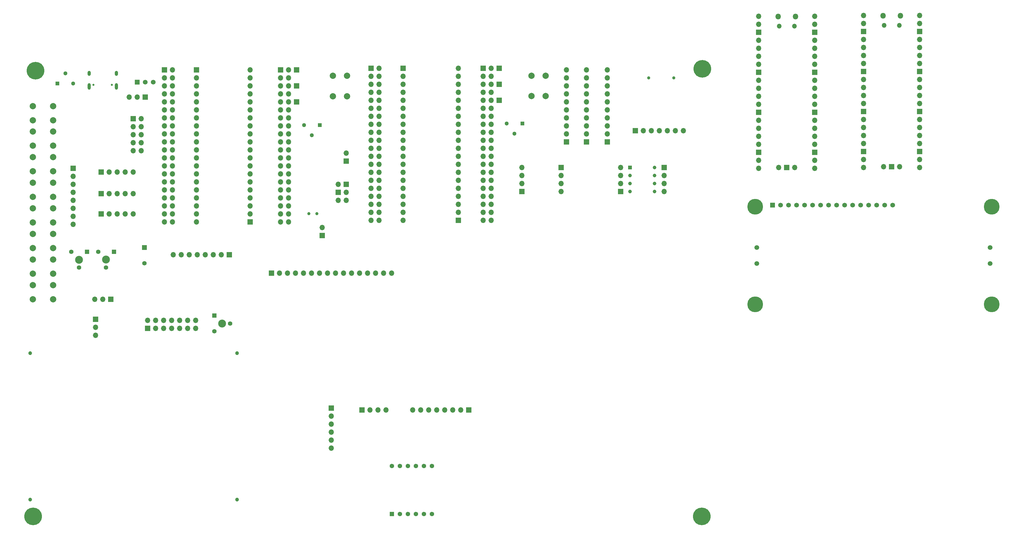
<source format=gbr>
%TF.GenerationSoftware,KiCad,Pcbnew,9.0.0*%
%TF.CreationDate,2025-05-15T12:51:00+02:00*%
%TF.ProjectId,board,626f6172-642e-46b6-9963-61645f706362,rev?*%
%TF.SameCoordinates,Original*%
%TF.FileFunction,Soldermask,Bot*%
%TF.FilePolarity,Negative*%
%FSLAX46Y46*%
G04 Gerber Fmt 4.6, Leading zero omitted, Abs format (unit mm)*
G04 Created by KiCad (PCBNEW 9.0.0) date 2025-05-15 12:51:00*
%MOMM*%
%LPD*%
G01*
G04 APERTURE LIST*
%ADD10R,1.500000X1.500000*%
%ADD11C,1.500000*%
%ADD12O,1.800000X1.800000*%
%ADD13O,1.500000X1.500000*%
%ADD14O,1.700000X1.700000*%
%ADD15R,1.700000X1.700000*%
%ADD16C,5.000000*%
%ADD17C,3.600000*%
%ADD18C,5.600000*%
%ADD19R,1.159000X1.159000*%
%ADD20C,1.159000*%
%ADD21C,2.000000*%
%ADD22R,1.300000X1.300000*%
%ADD23C,1.300000*%
%ADD24C,1.000000*%
%ADD25C,1.400000*%
%ADD26C,0.650000*%
%ADD27O,1.000000X2.100000*%
%ADD28O,1.000000X1.600000*%
%ADD29R,1.425000X1.425000*%
%ADD30C,1.425000*%
%ADD31C,2.500000*%
%ADD32R,1.400000X1.400000*%
%ADD33C,1.200000*%
G04 APERTURE END LIST*
D10*
%TO.C,IC3*%
X36830000Y-8255000D03*
D11*
X39370000Y-8255000D03*
X41910000Y-8255000D03*
%TD*%
D12*
%TO.C,U4*%
X273373000Y12824000D03*
D13*
X273673000Y9794000D03*
X278523000Y9794000D03*
D12*
X278823000Y12824000D03*
D14*
X267208000Y12954000D03*
X267208000Y10414000D03*
D15*
X267208000Y7874000D03*
D14*
X267208000Y5334000D03*
X267208000Y2794000D03*
X267208000Y254000D03*
X267208000Y-2286000D03*
D15*
X267208000Y-4826000D03*
D14*
X267208000Y-7366000D03*
X267208000Y-9906000D03*
X267208000Y-12446000D03*
X267208000Y-14986000D03*
D15*
X267208000Y-17526000D03*
D14*
X267208000Y-20066000D03*
X267208000Y-22606000D03*
X267208000Y-25146000D03*
X267208000Y-27686000D03*
D15*
X267208000Y-30226000D03*
D14*
X267208000Y-32766000D03*
X267208000Y-35306000D03*
X284988000Y-35306000D03*
X284988000Y-32766000D03*
D15*
X284988000Y-30226000D03*
D14*
X284988000Y-27686000D03*
X284988000Y-25146000D03*
X284988000Y-22606000D03*
X284988000Y-20066000D03*
D15*
X284988000Y-17526000D03*
D14*
X284988000Y-14986000D03*
X284988000Y-12446000D03*
X284988000Y-9906000D03*
X284988000Y-7366000D03*
D15*
X284988000Y-4826000D03*
D14*
X284988000Y-2286000D03*
X284988000Y254000D03*
X284988000Y2794000D03*
X284988000Y5334000D03*
D15*
X284988000Y7874000D03*
D14*
X284988000Y10414000D03*
X284988000Y12954000D03*
X273558000Y-35076000D03*
D15*
X276098000Y-35076000D03*
D14*
X278638000Y-35076000D03*
%TD*%
D15*
%TO.C,J24*%
X141986000Y-112268000D03*
D14*
X139446000Y-112268000D03*
X136906000Y-112268000D03*
X134366000Y-112268000D03*
X131826000Y-112268000D03*
X129286000Y-112268000D03*
X126746000Y-112268000D03*
X124206000Y-112268000D03*
%TD*%
D10*
%TO.C,DS4*%
X238340000Y-47246000D03*
D11*
X240880000Y-47246000D03*
X243420000Y-47246000D03*
X245960000Y-47246000D03*
X248500000Y-47246000D03*
X251040000Y-47246000D03*
X253580000Y-47246000D03*
X256120000Y-47246000D03*
X258660000Y-47246000D03*
X261200000Y-47246000D03*
X263740000Y-47246000D03*
X266280000Y-47246000D03*
X268820000Y-47246000D03*
X271360000Y-47246000D03*
X273900000Y-47246000D03*
X276440000Y-47246000D03*
X233340000Y-65786000D03*
X307340000Y-60706000D03*
X233340000Y-60706000D03*
X307340000Y-65786000D03*
D16*
X232840000Y-47746000D03*
X307840000Y-47746000D03*
X307840000Y-78746000D03*
X232840000Y-78746000D03*
%TD*%
D15*
%TO.C,J16*%
X25400000Y-43643000D03*
D14*
X27940000Y-43643000D03*
X30480000Y-43643000D03*
X33020000Y-43643000D03*
X35560000Y-43643000D03*
%TD*%
D15*
%TO.C,J27*%
X121158000Y-3810000D03*
D14*
X121158000Y-6350000D03*
X121158000Y-8890000D03*
X121158000Y-11430000D03*
X121158000Y-13970000D03*
X121158000Y-16510000D03*
X121158000Y-19050000D03*
X121158000Y-21590000D03*
X121158000Y-24130000D03*
X121158000Y-26670000D03*
X121158000Y-29210000D03*
X121158000Y-31750000D03*
X121158000Y-34290000D03*
X121158000Y-36830000D03*
X121158000Y-39370000D03*
X121158000Y-41910000D03*
X121158000Y-44450000D03*
X121158000Y-46990000D03*
X121158000Y-49530000D03*
X121158000Y-52070000D03*
%TD*%
D17*
%TO.C,H2*%
X4572000Y-4572000D03*
D18*
X4572000Y-4572000D03*
%TD*%
D15*
%TO.C,J15*%
X23573000Y-83450000D03*
D14*
X23573000Y-85990000D03*
X23573000Y-88530000D03*
%TD*%
D15*
%TO.C,J2*%
X185928000Y-27178000D03*
D14*
X185928000Y-24638000D03*
X185928000Y-22098000D03*
X185928000Y-19558000D03*
X185928000Y-17018000D03*
X185928000Y-14478000D03*
X185928000Y-11938000D03*
X185928000Y-9398000D03*
X185928000Y-6858000D03*
X185928000Y-4318000D03*
%TD*%
D15*
%TO.C,J1*%
X25400000Y-50038000D03*
D14*
X27940000Y-50038000D03*
X30480000Y-50038000D03*
X33020000Y-50038000D03*
X35560000Y-50038000D03*
%TD*%
D17*
%TO.C,H3*%
X215900000Y-146050000D03*
D18*
X215900000Y-146050000D03*
%TD*%
D15*
%TO.C,J36*%
X138684000Y-52070000D03*
D14*
X138684000Y-49530000D03*
X138684000Y-46990000D03*
X138684000Y-44450000D03*
X138684000Y-41910000D03*
X138684000Y-39370000D03*
X138684000Y-36830000D03*
X138684000Y-34290000D03*
X138684000Y-31750000D03*
X138684000Y-29210000D03*
X138684000Y-26670000D03*
X138684000Y-24130000D03*
X138684000Y-21590000D03*
X138684000Y-19050000D03*
X138684000Y-16510000D03*
X138684000Y-13970000D03*
X138684000Y-11430000D03*
X138684000Y-8890000D03*
X138684000Y-6350000D03*
X138684000Y-3810000D03*
%TD*%
D19*
%TO.C,IC6*%
X193104000Y-35306000D03*
D20*
X193104000Y-37846000D03*
X193104000Y-40386000D03*
X193104000Y-42926000D03*
X200914000Y-42926000D03*
X200914000Y-40386000D03*
X200914000Y-37846000D03*
X200914000Y-35306000D03*
%TD*%
D15*
%TO.C,J42*%
X87376000Y-4318000D03*
%TD*%
%TO.C,J18*%
X45466000Y-4318000D03*
D14*
X48006000Y-4318000D03*
X45466000Y-6858000D03*
X48006000Y-6858000D03*
X45466000Y-9398000D03*
X48006000Y-9398000D03*
X45466000Y-11938000D03*
X48006000Y-11938000D03*
X45466000Y-14478000D03*
X48006000Y-14478000D03*
X45466000Y-17018000D03*
X48006000Y-17018000D03*
X45466000Y-19558000D03*
X48006000Y-19558000D03*
X45466000Y-22098000D03*
X48006000Y-22098000D03*
X45466000Y-24638000D03*
X48006000Y-24638000D03*
X45466000Y-27178000D03*
X48006000Y-27178000D03*
X45466000Y-29718000D03*
X48006000Y-29718000D03*
X45466000Y-32258000D03*
X48006000Y-32258000D03*
X45466000Y-34798000D03*
X48006000Y-34798000D03*
X45466000Y-37338000D03*
X48006000Y-37338000D03*
X45466000Y-39878000D03*
X48006000Y-39878000D03*
X45466000Y-42418000D03*
X48006000Y-42418000D03*
X45466000Y-44958000D03*
X48006000Y-44958000D03*
X45466000Y-47498000D03*
X48006000Y-47498000D03*
X45466000Y-50038000D03*
X48006000Y-50038000D03*
X45466000Y-52578000D03*
X48006000Y-52578000D03*
%TD*%
D15*
%TO.C,J6*%
X103124000Y-40640000D03*
D14*
X100584000Y-40640000D03*
%TD*%
D15*
%TO.C,J5*%
X16510000Y-35560000D03*
D14*
X16510000Y-38100000D03*
X16510000Y-40640000D03*
X16510000Y-43180000D03*
X16510000Y-45720000D03*
X16510000Y-48260000D03*
X16510000Y-50800000D03*
X16510000Y-53340000D03*
%TD*%
D15*
%TO.C,J17*%
X25407000Y-36785000D03*
D14*
X27947000Y-36785000D03*
X30487000Y-36785000D03*
X33027000Y-36785000D03*
X35567000Y-36785000D03*
%TD*%
D15*
%TO.C,J8*%
X203962000Y-35306000D03*
D14*
X203962000Y-37846000D03*
X203962000Y-40386000D03*
X203962000Y-42926000D03*
%TD*%
D15*
%TO.C,J28*%
X190087000Y-42926000D03*
D14*
X190087000Y-40386000D03*
X190087000Y-37846000D03*
X190087000Y-35306000D03*
%TD*%
D21*
%TO.C,S3*%
X10160000Y-20356000D03*
X3660000Y-20356000D03*
X10160000Y-15856000D03*
X3660000Y-15856000D03*
%TD*%
D15*
%TO.C,J7*%
X79340000Y-68828000D03*
D14*
X81880000Y-68828000D03*
X84420000Y-68828000D03*
X86960000Y-68828000D03*
X89500000Y-68828000D03*
X92040000Y-68828000D03*
X94580000Y-68828000D03*
X97120000Y-68828000D03*
X99660000Y-68828000D03*
X102200000Y-68828000D03*
X104740000Y-68828000D03*
X107280000Y-68828000D03*
X109820000Y-68828000D03*
X112360000Y-68828000D03*
X114900000Y-68828000D03*
X117440000Y-68828000D03*
%TD*%
D15*
%TO.C,J4*%
X158836000Y-42926000D03*
D14*
X158836000Y-40386000D03*
X158836000Y-37846000D03*
X158836000Y-35306000D03*
%TD*%
D15*
%TO.C,J41*%
X151638000Y-13946000D03*
%TD*%
D22*
%TO.C,S11*%
X94702000Y-21846000D03*
D23*
X92202000Y-25046000D03*
X89702000Y-21846000D03*
%TD*%
D15*
%TO.C,J46*%
X151638000Y-8890000D03*
%TD*%
D22*
%TO.C,S14*%
X158964000Y-21336000D03*
D23*
X156464000Y-24536000D03*
X153964000Y-21336000D03*
%TD*%
D15*
%TO.C,J32*%
X35560000Y-19812000D03*
D14*
X38100000Y-19812000D03*
X35560000Y-22352000D03*
X38100000Y-22352000D03*
X35560000Y-24892000D03*
X38100000Y-24892000D03*
X35560000Y-27432000D03*
X38100000Y-27432000D03*
X35560000Y-29972000D03*
X38100000Y-29972000D03*
%TD*%
D15*
%TO.C,J14*%
X194818000Y-23622000D03*
D14*
X197358000Y-23622000D03*
X199898000Y-23622000D03*
X202438000Y-23622000D03*
X204978000Y-23622000D03*
X207518000Y-23622000D03*
X210058000Y-23622000D03*
%TD*%
D21*
%TO.C,S12*%
X161834000Y-12648000D03*
X161834000Y-6148000D03*
X166334000Y-12648000D03*
X166334000Y-6148000D03*
%TD*%
D24*
%TO.C,Y2*%
X93756000Y-49930000D03*
X91216000Y-49930000D03*
%TD*%
D15*
%TO.C,J40*%
X87376000Y-14478000D03*
%TD*%
D21*
%TO.C,S6*%
X10160000Y-44668000D03*
X3660000Y-44668000D03*
X10160000Y-40168000D03*
X3660000Y-40168000D03*
%TD*%
D10*
%TO.C,LS1*%
X39116000Y-60745000D03*
D25*
X39116000Y-65745000D03*
%TD*%
D22*
%TO.C,S13*%
X11510000Y-8636000D03*
D23*
X14010000Y-5436000D03*
X16510000Y-8636000D03*
%TD*%
D26*
%TO.C,J34*%
X28726000Y-9037000D03*
X22946000Y-9037000D03*
D27*
X30156000Y-9567000D03*
D28*
X30156000Y-5387000D03*
D27*
X21516000Y-9567000D03*
D28*
X21516000Y-5387000D03*
%TD*%
D21*
%TO.C,S4*%
X10160000Y-28412000D03*
X3660000Y-28412000D03*
X10160000Y-23912000D03*
X3660000Y-23912000D03*
%TD*%
D17*
%TO.C,H4*%
X3810000Y-146050000D03*
D18*
X3810000Y-146050000D03*
%TD*%
D15*
%TO.C,J30*%
X179324000Y-27178000D03*
D14*
X179324000Y-24638000D03*
X179324000Y-22098000D03*
X179324000Y-19558000D03*
X179324000Y-17018000D03*
X179324000Y-14478000D03*
X179324000Y-11938000D03*
X179324000Y-9398000D03*
X179324000Y-6858000D03*
X179324000Y-4318000D03*
%TD*%
D21*
%TO.C,S9*%
X10160000Y-69052000D03*
X3660000Y-69052000D03*
X10160000Y-64552000D03*
X3660000Y-64552000D03*
%TD*%
D15*
%TO.C,J31*%
X172974000Y-27178000D03*
D14*
X172974000Y-24638000D03*
X172974000Y-22098000D03*
X172974000Y-19558000D03*
X172974000Y-17018000D03*
X172974000Y-14478000D03*
X172974000Y-11938000D03*
X172974000Y-9398000D03*
X172974000Y-6858000D03*
X172974000Y-4318000D03*
%TD*%
D15*
%TO.C,J44*%
X151638000Y-3810000D03*
%TD*%
D12*
%TO.C,U1*%
X240099000Y12570000D03*
D13*
X240399000Y9540000D03*
X245249000Y9540000D03*
D12*
X245549000Y12570000D03*
D14*
X233934000Y12700000D03*
X233934000Y10160000D03*
D15*
X233934000Y7620000D03*
D14*
X233934000Y5080000D03*
X233934000Y2540000D03*
X233934000Y0D03*
X233934000Y-2540000D03*
D15*
X233934000Y-5080000D03*
D14*
X233934000Y-7620000D03*
X233934000Y-10160000D03*
X233934000Y-12700000D03*
X233934000Y-15240000D03*
D15*
X233934000Y-17780000D03*
D14*
X233934000Y-20320000D03*
X233934000Y-22860000D03*
X233934000Y-25400000D03*
X233934000Y-27940000D03*
D15*
X233934000Y-30480000D03*
D14*
X233934000Y-33020000D03*
X233934000Y-35560000D03*
X251714000Y-35560000D03*
X251714000Y-33020000D03*
D15*
X251714000Y-30480000D03*
D14*
X251714000Y-27940000D03*
X251714000Y-25400000D03*
X251714000Y-22860000D03*
X251714000Y-20320000D03*
D15*
X251714000Y-17780000D03*
D14*
X251714000Y-15240000D03*
X251714000Y-12700000D03*
X251714000Y-10160000D03*
X251714000Y-7620000D03*
D15*
X251714000Y-5080000D03*
D14*
X251714000Y-2540000D03*
X251714000Y0D03*
X251714000Y2540000D03*
X251714000Y5080000D03*
D15*
X251714000Y7620000D03*
D14*
X251714000Y10160000D03*
X251714000Y12700000D03*
X240284000Y-35330000D03*
D15*
X242824000Y-35330000D03*
D14*
X245364000Y-35330000D03*
%TD*%
D21*
%TO.C,S8*%
X10160000Y-60924000D03*
X3660000Y-60924000D03*
X10160000Y-56424000D03*
X3660000Y-56424000D03*
%TD*%
D29*
%TO.C,DS2*%
X117602000Y-145288000D03*
D30*
X120142000Y-145288000D03*
X122682000Y-145288000D03*
X125222000Y-145288000D03*
X127762000Y-145288000D03*
X130302000Y-145288000D03*
X130302000Y-130048000D03*
X127762000Y-130048000D03*
X125222000Y-130048000D03*
X122682000Y-130048000D03*
X120142000Y-130048000D03*
X117602000Y-130048000D03*
%TD*%
D15*
%TO.C,J3*%
X98343000Y-111652000D03*
D14*
X98343000Y-114192000D03*
X98343000Y-116732000D03*
X98343000Y-119272000D03*
X98343000Y-121812000D03*
X98343000Y-124352000D03*
%TD*%
D15*
%TO.C,J21*%
X110998000Y-3810000D03*
D14*
X113538000Y-3810000D03*
X110998000Y-6350000D03*
X113538000Y-6350000D03*
X110998000Y-8890000D03*
X113538000Y-8890000D03*
X110998000Y-11430000D03*
X113538000Y-11430000D03*
X110998000Y-13970000D03*
X113538000Y-13970000D03*
X110998000Y-16510000D03*
X113538000Y-16510000D03*
X110998000Y-19050000D03*
X113538000Y-19050000D03*
X110998000Y-21590000D03*
X113538000Y-21590000D03*
X110998000Y-24130000D03*
X113538000Y-24130000D03*
X110998000Y-26670000D03*
X113538000Y-26670000D03*
X110998000Y-29210000D03*
X113538000Y-29210000D03*
X110998000Y-31750000D03*
X113538000Y-31750000D03*
X110998000Y-34290000D03*
X113538000Y-34290000D03*
X110998000Y-36830000D03*
X113538000Y-36830000D03*
X110998000Y-39370000D03*
X113538000Y-39370000D03*
X110998000Y-41910000D03*
X113538000Y-41910000D03*
X110998000Y-44450000D03*
X113538000Y-44450000D03*
X110998000Y-46990000D03*
X113538000Y-46990000D03*
X110998000Y-49530000D03*
X113538000Y-49530000D03*
X110998000Y-52070000D03*
X113538000Y-52070000D03*
%TD*%
D15*
%TO.C,J25*%
X108082000Y-112268000D03*
D14*
X110622000Y-112268000D03*
X113162000Y-112268000D03*
X115702000Y-112268000D03*
%TD*%
D15*
%TO.C,J22*%
X146558000Y-3810000D03*
D14*
X149098000Y-3810000D03*
X146558000Y-6350000D03*
X149098000Y-6350000D03*
X146558000Y-8890000D03*
X149098000Y-8890000D03*
X146558000Y-11430000D03*
X149098000Y-11430000D03*
X146558000Y-13970000D03*
X149098000Y-13970000D03*
X146558000Y-16510000D03*
X149098000Y-16510000D03*
X146558000Y-19050000D03*
X149098000Y-19050000D03*
X146558000Y-21590000D03*
X149098000Y-21590000D03*
X146558000Y-24130000D03*
X149098000Y-24130000D03*
X146558000Y-26670000D03*
X149098000Y-26670000D03*
X146558000Y-29210000D03*
X149098000Y-29210000D03*
X146558000Y-31750000D03*
X149098000Y-31750000D03*
X146558000Y-34290000D03*
X149098000Y-34290000D03*
X146558000Y-36830000D03*
X149098000Y-36830000D03*
X146558000Y-39370000D03*
X149098000Y-39370000D03*
X146558000Y-41910000D03*
X149098000Y-41910000D03*
X146558000Y-44450000D03*
X149098000Y-44450000D03*
X146558000Y-46990000D03*
X149098000Y-46990000D03*
X146558000Y-49530000D03*
X149098000Y-49530000D03*
X146558000Y-52070000D03*
X149098000Y-52070000D03*
%TD*%
D15*
%TO.C,J37*%
X72644000Y-52578000D03*
D14*
X72644000Y-50038000D03*
X72644000Y-47498000D03*
X72644000Y-44958000D03*
X72644000Y-42418000D03*
X72644000Y-39878000D03*
X72644000Y-37338000D03*
X72644000Y-34798000D03*
X72644000Y-32258000D03*
X72644000Y-29718000D03*
X72644000Y-27178000D03*
X72644000Y-24638000D03*
X72644000Y-22098000D03*
X72644000Y-19558000D03*
X72644000Y-17018000D03*
X72644000Y-14478000D03*
X72644000Y-11938000D03*
X72644000Y-9398000D03*
X72644000Y-6858000D03*
X72644000Y-4318000D03*
%TD*%
D21*
%TO.C,S5*%
X10160000Y-36540000D03*
X3660000Y-36540000D03*
X10160000Y-32040000D03*
X3660000Y-32040000D03*
%TD*%
D15*
%TO.C,J29*%
X66040000Y-63030000D03*
D14*
X63500000Y-63030000D03*
X60960000Y-63030000D03*
X58420000Y-63030000D03*
X55880000Y-63030000D03*
X53340000Y-63030000D03*
X50800000Y-63030000D03*
X48260000Y-63030000D03*
%TD*%
D31*
%TO.C,RV1*%
X63754000Y-84836000D03*
D25*
X61254000Y-87336000D03*
X66254000Y-84836000D03*
D32*
X61254000Y-82336000D03*
%TD*%
D15*
%TO.C,J13*%
X28448000Y-77153000D03*
D14*
X25908000Y-77153000D03*
X23368000Y-77153000D03*
%TD*%
D21*
%TO.C,S10*%
X10160000Y-77180000D03*
X3660000Y-77180000D03*
X10160000Y-72680000D03*
X3660000Y-72680000D03*
%TD*%
D24*
%TO.C,J12*%
X207010000Y-6858000D03*
X199010000Y-6858000D03*
%TD*%
D15*
%TO.C,J11*%
X39370000Y-12954000D03*
D14*
X36830000Y-12954000D03*
X34290000Y-12954000D03*
%TD*%
D15*
%TO.C,J43*%
X87376000Y-9398000D03*
%TD*%
D21*
%TO.C,S7*%
X10160000Y-52796000D03*
X3660000Y-52796000D03*
X10160000Y-48296000D03*
X3660000Y-48296000D03*
%TD*%
D33*
%TO.C,DS1*%
X2824000Y-94269000D03*
X2824000Y-140719000D03*
X68424000Y-94269000D03*
X68424000Y-140719000D03*
%TD*%
D31*
%TO.C,VR2*%
X26924000Y-64556000D03*
D25*
X24424000Y-62056000D03*
X26924000Y-67056000D03*
D32*
X29424000Y-62056000D03*
%TD*%
D15*
%TO.C,J26*%
X55626000Y-4318000D03*
D14*
X55626000Y-6858000D03*
X55626000Y-9398000D03*
X55626000Y-11938000D03*
X55626000Y-14478000D03*
X55626000Y-17018000D03*
X55626000Y-19558000D03*
X55626000Y-22098000D03*
X55626000Y-24638000D03*
X55626000Y-27178000D03*
X55626000Y-29718000D03*
X55626000Y-32258000D03*
X55626000Y-34798000D03*
X55626000Y-37338000D03*
X55626000Y-39878000D03*
X55626000Y-42418000D03*
X55626000Y-44958000D03*
X55626000Y-47498000D03*
X55626000Y-50038000D03*
X55626000Y-52578000D03*
%TD*%
D15*
%TO.C,J33*%
X103124000Y-33274000D03*
D14*
X103124000Y-30734000D03*
%TD*%
D15*
%TO.C,J19*%
X40132000Y-86360000D03*
D14*
X40132000Y-83820000D03*
X42672000Y-86360000D03*
X42672000Y-83820000D03*
X45212000Y-86360000D03*
X45212000Y-83820000D03*
X47752000Y-86360000D03*
X47752000Y-83820000D03*
X50292000Y-86360000D03*
X50292000Y-83820000D03*
X52832000Y-86360000D03*
X52832000Y-83820000D03*
X55372000Y-86360000D03*
X55372000Y-83820000D03*
%TD*%
D15*
%TO.C,J9*%
X95504000Y-56901000D03*
D14*
X95504000Y-54361000D03*
%TD*%
D15*
%TO.C,J10*%
X100584000Y-43180000D03*
D14*
X103124000Y-43180000D03*
X100584000Y-45720000D03*
X103124000Y-45720000D03*
%TD*%
D15*
%TO.C,J20*%
X82296000Y-4318000D03*
D14*
X84836000Y-4318000D03*
X82296000Y-6858000D03*
X84836000Y-6858000D03*
X82296000Y-9398000D03*
X84836000Y-9398000D03*
X82296000Y-11938000D03*
X84836000Y-11938000D03*
X82296000Y-14478000D03*
X84836000Y-14478000D03*
X82296000Y-17018000D03*
X84836000Y-17018000D03*
X82296000Y-19558000D03*
X84836000Y-19558000D03*
X82296000Y-22098000D03*
X84836000Y-22098000D03*
X82296000Y-24638000D03*
X84836000Y-24638000D03*
X82296000Y-27178000D03*
X84836000Y-27178000D03*
X82296000Y-29718000D03*
X84836000Y-29718000D03*
X82296000Y-32258000D03*
X84836000Y-32258000D03*
X82296000Y-34798000D03*
X84836000Y-34798000D03*
X82296000Y-37338000D03*
X84836000Y-37338000D03*
X82296000Y-39878000D03*
X84836000Y-39878000D03*
X82296000Y-42418000D03*
X84836000Y-42418000D03*
X82296000Y-44958000D03*
X84836000Y-44958000D03*
X82296000Y-47498000D03*
X84836000Y-47498000D03*
X82296000Y-50038000D03*
X84836000Y-50038000D03*
X82296000Y-52578000D03*
X84836000Y-52578000D03*
%TD*%
D21*
%TO.C,S1*%
X98878000Y-12700000D03*
X98878000Y-6200000D03*
X103378000Y-12700000D03*
X103378000Y-6200000D03*
%TD*%
D15*
%TO.C,J23*%
X171282000Y-35306000D03*
D14*
X171282000Y-37846000D03*
X171282000Y-40386000D03*
X171282000Y-42926000D03*
%TD*%
D31*
%TO.C,VR1*%
X18368000Y-64603000D03*
D25*
X15868000Y-62103000D03*
X18368000Y-67103000D03*
D32*
X20868000Y-62103000D03*
%TD*%
D17*
%TO.C,H1*%
X216000000Y-4000000D03*
D18*
X216000000Y-4000000D03*
%TD*%
M02*

</source>
